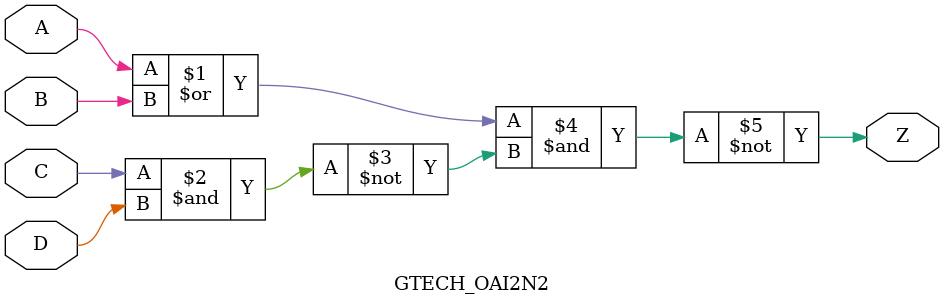
<source format=v>



module GTECH_OAI2N2 (A, B, C, D, Z);  
	input A, B, C, D;
	output Z;

	assign Z = ~( (A | B) & (~(C & D))  );
endmodule




</source>
